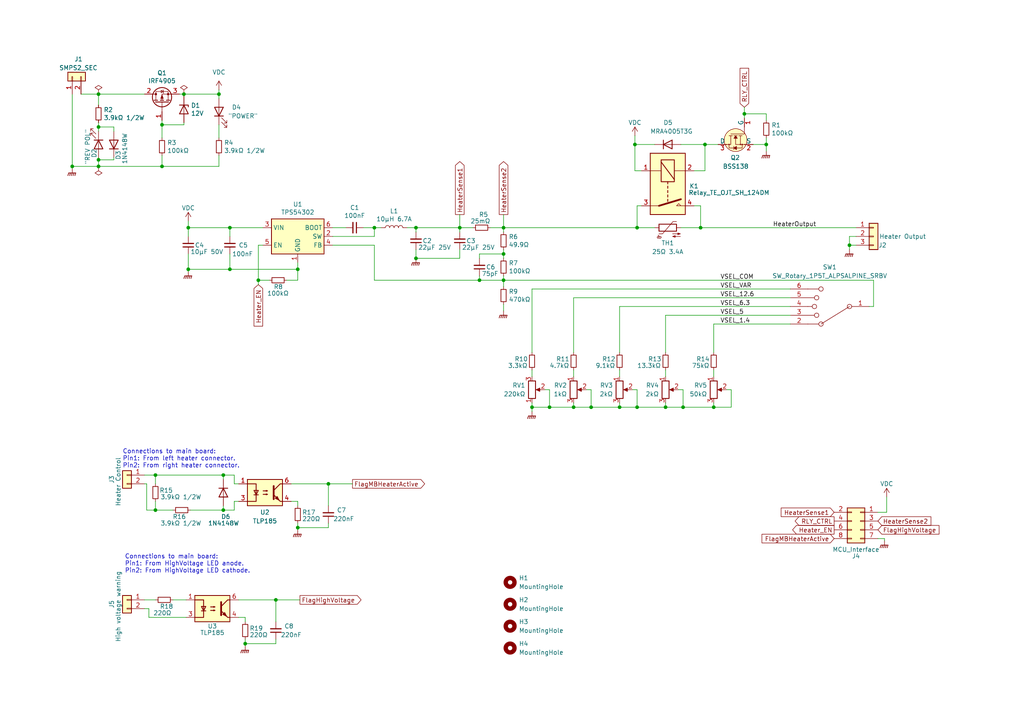
<source format=kicad_sch>
(kicad_sch (version 20211123) (generator eeschema)
  (paper "A4")
  (title_block (title "uTracer HeaterPSU") (date "2022-10-28") (company "Retronics - Bjørner Sandom"))
  (lib_symbols
    (symbol "Connector_Generic:Conn_01x02" (pin_names (offset 1.016) hide)
      (property "Reference" "J" (at 0 2.54 0))
      (property "Value" "Conn_01x02" (at 0 -5.08 0))
      (symbol "Conn_01x02_1_1"
        (rectangle (start -1.27 -2.413) (end 0 -2.667) (stroke (width 0.1524)))
        (rectangle (start -1.27 0.127) (end 0 -0.127) (stroke (width 0.1524)))
        (rectangle (start -1.27 1.27) (end 1.27 -3.81) (stroke (width 0.254)) (fill (type background)))
        (pin passive line (at -5.08 0 0) (length 3.81) (name "Pin_1") (number "1"))
        (pin passive line (at -5.08 -2.54 0) (length 3.81) (name "Pin_2") (number "2"))
      )
    )
    (symbol "Connector_Generic:Conn_01x03" (pin_names (offset 1.016) hide)
      (property "Reference" "J" (at 0 5.08 0))
      (property "Value" "Conn_01x03" (at 0 -5.08 0))
      (symbol "Conn_01x03_1_1"
        (rectangle (start -1.27 -2.413) (end 0 -2.667) (stroke (width 0.1524)))
        (rectangle (start -1.27 0.127) (end 0 -0.127) (stroke (width 0.1524)))
        (rectangle (start -1.27 2.667) (end 0 2.413) (stroke (width 0.1524)))
        (rectangle (start -1.27 3.81) (end 1.27 -3.81) (stroke (width 0.254)) (fill (type background)))
        (pin passive line (at -5.08 2.54 0) (length 3.81) (name "Pin_1") (number "1"))
        (pin passive line (at -5.08 0 0) (length 3.81) (name "Pin_2") (number "2"))
        (pin passive line (at -5.08 -2.54 0) (length 3.81) (name "Pin_3") (number "3"))
      )
    )
    (symbol "Connector_Generic:Conn_02x04_Odd_Even" (pin_names (offset 1.016) hide)
      (property "Reference" "J" (at 1.27 5.08 0))
      (property "Value" "Conn_02x04_Odd_Even" (at 1.27 -7.62 0))
      (symbol "Conn_02x04_Odd_Even_1_1"
        (rectangle (start -1.27 -4.953) (end 0 -5.207) (stroke (width 0.1524)))
        (rectangle (start -1.27 -2.413) (end 0 -2.667) (stroke (width 0.1524)))
        (rectangle (start -1.27 0.127) (end 0 -0.127) (stroke (width 0.1524)))
        (rectangle (start -1.27 2.667) (end 0 2.413) (stroke (width 0.1524)))
        (rectangle (start -1.27 3.81) (end 3.81 -6.35) (stroke (width 0.254)) (fill (type background)))
        (rectangle (start 3.81 -4.953) (end 2.54 -5.207) (stroke (width 0.1524)))
        (rectangle (start 3.81 -2.413) (end 2.54 -2.667) (stroke (width 0.1524)))
        (rectangle (start 3.81 0.127) (end 2.54 -0.127) (stroke (width 0.1524)))
        (rectangle (start 3.81 2.667) (end 2.54 2.413) (stroke (width 0.1524)))
        (pin passive line (at -5.08 2.54 0) (length 3.81) (name "Pin_1") (number "1"))
        (pin passive line (at 7.62 2.54 180) (length 3.81) (name "Pin_2") (number "2"))
        (pin passive line (at -5.08 0 0) (length 3.81) (name "Pin_3") (number "3"))
        (pin passive line (at 7.62 0 180) (length 3.81) (name "Pin_4") (number "4"))
        (pin passive line (at -5.08 -2.54 0) (length 3.81) (name "Pin_5") (number "5"))
        (pin passive line (at 7.62 -2.54 180) (length 3.81) (name "Pin_6") (number "6"))
        (pin passive line (at -5.08 -5.08 0) (length 3.81) (name "Pin_7") (number "7"))
        (pin passive line (at 7.62 -5.08 180) (length 3.81) (name "Pin_8") (number "8"))
      )
    )
    (symbol "Device:C_Small" (pin_numbers hide) (pin_names (offset 0.254) hide)
      (property "Reference" "C" (at 0.254 1.778 0))
      (property "Value" "C_Small" (at 0.254 -2.032 0))
      (symbol "C_Small_0_1"
        (polyline (pts (xy -1.524 -0.508) (xy 1.524 -0.508)) (stroke (width 0.3302)))
        (polyline (pts (xy -1.524 0.508) (xy 1.524 0.508)) (stroke (width 0.3048)))
      )
      (symbol "C_Small_1_1"
        (pin passive line (at 0 2.54 270) (length 2.032) (name "~") (number "1"))
        (pin passive line (at 0 -2.54 90) (length 2.032) (name "~") (number "2"))
      )
    )
    (symbol "Device:D_Zener" (pin_numbers hide) (pin_names (offset 1.016) hide)
      (property "Reference" "D" (at 0 2.54 0))
      (property "Value" "D_Zener" (at 0 -2.54 0))
      (symbol "D_Zener_0_1"
        (polyline (pts (xy 1.27 0) (xy -1.27 0)))
        (polyline (pts (xy -1.27 -1.27) (xy -1.27 1.27) (xy -0.762 1.27)) (stroke (width 0.254)))
        (polyline (pts (xy 1.27 -1.27) (xy 1.27 1.27) (xy -1.27 0) (xy 1.27 -1.27)) (stroke (width 0.254)))
      )
      (symbol "D_Zener_1_1"
        (pin passive line (at -3.81 0 0) (length 2.54) (name "K") (number "1"))
        (pin passive line (at 3.81 0 180) (length 2.54) (name "A") (number "2"))
      )
    )
    (symbol "Device:L" (pin_numbers hide) (pin_names (offset 1.016) hide)
      (property "Reference" "L" (at -1.27 0 90))
      (property "Value" "L" (at 1.905 0 90))
      (symbol "L_0_1"
        (arc (start 0 -2.54) (mid 0.635 -1.905) (end 0 -1.27))
        (arc (start 0 -1.27) (mid 0.635 -0.635) (end 0 0))
        (arc (start 0 0) (mid 0.635 0.635) (end 0 1.27))
        (arc (start 0 1.27) (mid 0.635 1.905) (end 0 2.54))
      )
      (symbol "L_1_1"
        (pin passive line (at 0 3.81 270) (length 1.27) (name "1") (number "1"))
        (pin passive line (at 0 -3.81 90) (length 1.27) (name "2") (number "2"))
      )
    )
    (symbol "Device:LED" (pin_numbers hide) (pin_names (offset 1.016) hide)
      (property "Reference" "D" (at 0 2.54 0))
      (property "Value" "LED" (at 0 -2.54 0))
      (symbol "LED_0_1"
        (polyline (pts (xy -1.27 -1.27) (xy -1.27 1.27)) (stroke (width 0.254)))
        (polyline (pts (xy -1.27 0) (xy 1.27 0)))
        (polyline (pts (xy 1.27 -1.27) (xy 1.27 1.27) (xy -1.27 0) (xy 1.27 -1.27)) (stroke (width 0.254)))
        (polyline (pts (xy -3.048 -0.762) (xy -4.572 -2.286) (xy -3.81 -2.286) (xy -4.572 -2.286) (xy -4.572 -1.524)))
        (polyline (pts (xy -1.778 -0.762) (xy -3.302 -2.286) (xy -2.54 -2.286) (xy -3.302 -2.286) (xy -3.302 -1.524)))
      )
      (symbol "LED_1_1"
        (pin passive line (at -3.81 0 0) (length 2.54) (name "K") (number "1"))
        (pin passive line (at 3.81 0 180) (length 2.54) (name "A") (number "2"))
      )
    )
    (symbol "Device:R_Potentiometer" (pin_names (offset 1.016) hide)
      (property "Reference" "RV" (at -4.445 0 90))
      (property "Value" "R_Potentiometer" (at -2.54 0 90))
      (symbol "R_Potentiometer_0_1"
        (polyline (pts (xy 2.54 0) (xy 1.524 0)))
        (polyline (pts (xy 1.143 0) (xy 2.286 0.508) (xy 2.286 -0.508) (xy 1.143 0)) (fill (type outline)))
        (rectangle (start 1.016 2.54) (end -1.016 -2.54) (stroke (width 0.254)))
      )
      (symbol "R_Potentiometer_1_1"
        (pin passive line (at 0 3.81 270) (length 1.27) (name "1") (number "1"))
        (pin passive line (at 3.81 0 180) (length 1.27) (name "2") (number "2"))
        (pin passive line (at 0 -3.81 90) (length 1.27) (name "3") (number "3"))
      )
    )
    (symbol "Device:R_Small" (pin_numbers hide) (pin_names (offset 0.254) hide)
      (property "Reference" "R" (at 0.762 0.508 0))
      (property "Value" "R_Small" (at 0.762 -1.016 0))
      (symbol "R_Small_0_1"
        (rectangle (start -0.762 1.778) (end 0.762 -1.778) (stroke (width 0.2032)))
      )
      (symbol "R_Small_1_1"
        (pin passive line (at 0 2.54 270) (length 0.762) (name "~") (number "1"))
        (pin passive line (at 0 -2.54 90) (length 0.762) (name "~") (number "2"))
      )
    )
    (symbol "Device:Thermistor_NTC" (pin_numbers hide) (pin_names (offset 0))
      (property "Reference" "TH" (at -4.445 0 90))
      (property "Value" "Thermistor_NTC" (at 3.175 0 90))
      (symbol "Thermistor_NTC_0_1"
        (arc (start -3.048 2.159) (mid -3.0495 2.3143) (end -3.175 2.413))
        (arc (start -3.048 2.159) (mid -2.9736 1.9794) (end -2.794 1.905))
        (arc (start -3.048 2.794) (mid -2.9736 2.6144) (end -2.794 2.54))
        (arc (start -2.794 1.905) (mid -2.6144 1.9794) (end -2.54 2.159))
        (arc (start -2.794 2.54) (mid -2.4393 2.5587) (end -2.159 2.794))
        (arc (start -2.794 3.048) (mid -2.9736 2.9736) (end -3.048 2.794))
        (arc (start -2.54 2.794) (mid -2.6144 2.9736) (end -2.794 3.048))
        (rectangle (start -1.016 2.54) (end 1.016 -2.54) (stroke (width 0.254)))
        (polyline (pts (xy -2.54 2.159) (xy -2.54 2.794)))
        (polyline (pts (xy -1.778 2.54) (xy -1.778 1.524) (xy 1.778 -1.524) (xy 1.778 -2.54)))
        (polyline (pts (xy -2.54 -3.683) (xy -2.54 -1.397) (xy -2.794 -2.159) (xy -2.286 -2.159) (xy -2.54 -1.397) (xy -2.54 -1.651)) (fill (type outline)))
        (polyline (pts (xy -1.778 -1.397) (xy -1.778 -3.683) (xy -2.032 -2.921) (xy -1.524 -2.921) (xy -1.778 -3.683) (xy -1.778 -3.429)) (fill (type outline)))
      )
      (symbol "Thermistor_NTC_1_1"
        (pin passive line (at 0 3.81 270) (length 1.27) (name "~") (number "1"))
        (pin passive line (at 0 -3.81 90) (length 1.27) (name "~") (number "2"))
      )
    )
    (symbol "Diode:1N4148W" (pin_numbers hide) (pin_names (offset 1.016) hide)
      (property "Reference" "D" (at 0 2.54 0))
      (property "Value" "1N4148W" (at 0 -2.54 0))
      (symbol "1N4148W_0_1"
        (polyline (pts (xy -1.27 1.27) (xy -1.27 -1.27)) (stroke (width 0.254)))
        (polyline (pts (xy 1.27 0) (xy -1.27 0)))
        (polyline (pts (xy 1.27 1.27) (xy 1.27 -1.27) (xy -1.27 0) (xy 1.27 1.27)) (stroke (width 0.254)))
      )
      (symbol "1N4148W_1_1"
        (pin passive line (at -3.81 0 0) (length 2.54) (name "K") (number "1"))
        (pin passive line (at 3.81 0 180) (length 2.54) (name "A") (number "2"))
      )
    )
    (symbol "Diode:MRA4005T3G" (pin_numbers hide) (pin_names (offset 1.016) hide)
      (property "Reference" "D" (at 0 2.54 0))
      (property "Value" "MRA4005T3G" (at 0 -2.54 0))
      (symbol "MRA4005T3G_0_1"
        (polyline (pts (xy -1.27 1.27) (xy -1.27 -1.27)) (stroke (width 0.254)))
        (polyline (pts (xy 1.27 0) (xy -1.27 0)))
        (polyline (pts (xy 1.27 1.27) (xy 1.27 -1.27) (xy -1.27 0) (xy 1.27 1.27)) (stroke (width 0.254)))
      )
      (symbol "MRA4005T3G_1_1"
        (pin passive line (at -3.81 0 0) (length 2.54) (name "K") (number "1"))
        (pin passive line (at 3.81 0 180) (length 2.54) (name "A") (number "2"))
      )
    )
    (symbol "Isolator:TLP185"
      (property "Reference" "U" (at -5.08 5.08 0))
      (property "Value" "TLP185" (at -5.08 -5.08 0))
      (symbol "TLP185_0_1"
        (rectangle (start -5.08 3.81) (end 5.08 -3.81) (stroke (width 0.254)) (fill (type background)))
        (polyline (pts (xy -3.175 -0.635) (xy -1.905 -0.635)) (stroke (width 0.254)))
        (polyline (pts (xy 2.54 1.905) (xy 2.54 -1.905) (xy 2.54 -1.905)) (stroke (width 0.508)))
        (polyline (pts (xy 5.08 -2.54) (xy 4.445 -2.54) (xy 2.54 -0.635)) (stroke (width 0.254)))
        (polyline (pts (xy 5.08 2.54) (xy 4.445 2.54) (xy 2.54 0.635)) (stroke (width 0.254)))
        (polyline (pts (xy -5.08 -2.54) (xy -2.54 -2.54) (xy -2.54 2.54) (xy -5.08 2.54)) (stroke (width 0.254)))
        (polyline (pts (xy -2.54 -0.635) (xy -3.175 0.635) (xy -1.905 0.635) (xy -2.54 -0.635)) (stroke (width 0.254)))
        (polyline (pts (xy -0.508 -0.508) (xy 0.762 -0.508) (xy 0.381 -0.635) (xy 0.381 -0.381) (xy 0.762 -0.508)) (stroke (width 0.254)))
        (polyline (pts (xy -0.508 0.508) (xy 0.762 0.508) (xy 0.381 0.381) (xy 0.381 0.635) (xy 0.762 0.508)) (stroke (width 0.254)))
        (polyline (pts (xy 3.048 -1.651) (xy 3.556 -1.143) (xy 4.064 -2.159) (xy 3.048 -1.651) (xy 3.048 -1.651)) (stroke (width 0.254)) (fill (type outline)))
      )
      (symbol "TLP185_1_1"
        (pin passive line (at -7.62 2.54 0) (length 2.54) (name "~") (number "1"))
        (pin passive line (at -7.62 -2.54 0) (length 2.54) (name "~") (number "3"))
        (pin passive line (at 7.62 -2.54 180) (length 2.54) (name "~") (number "4"))
        (pin passive line (at 7.62 2.54 180) (length 2.54) (name "~") (number "6"))
      )
    )
    (symbol "Mechanical:MountingHole" (pin_names (offset 1.016))
      (property "Reference" "H" (at 0 5.08 0))
      (property "Value" "MountingHole" (at 0 3.175 0))
      (symbol "MountingHole_0_1"
        (circle (center 0 0) (radius 1.27) (stroke (width 1.27)))
      )
    )
    (symbol "Regulator_Switching:TPS54302"
      (property "Reference" "U" (at -7.62 6.35 0))
      (property "Value" "TPS54302" (at 0 6.35 0))
      (symbol "TPS54302_0_1"
        (rectangle (start -7.62 5.08) (end 7.62 -5.08) (stroke (width 0.254)) (fill (type background)))
      )
      (symbol "TPS54302_1_1"
        (pin power_in line (at 0 -7.62 90) (length 2.54) (name "GND") (number "1"))
        (pin power_out line (at 10.16 0 180) (length 2.54) (name "SW") (number "2"))
        (pin power_in line (at -10.16 2.54 0) (length 2.54) (name "VIN") (number "3"))
        (pin input line (at 10.16 -2.54 180) (length 2.54) (name "FB") (number "4"))
        (pin input line (at -10.16 -2.54 0) (length 2.54) (name "EN") (number "5"))
        (pin passive line (at 10.16 2.54 180) (length 2.54) (name "BOOT") (number "6"))
      )
    )
    (symbol "Transistor_FET:IRF4905" (pin_names hide)
      (property "Reference" "Q" (at 5.08 1.905 0))
      (property "Value" "IRF4905" (at 5.08 0 0))
      (symbol "IRF4905_0_1"
        (polyline (pts (xy 0.254 0) (xy -2.54 0)))
        (polyline (pts (xy 0.254 1.905) (xy 0.254 -1.905)) (stroke (width 0.254)))
        (polyline (pts (xy 0.762 -1.27) (xy 0.762 -2.286)) (stroke (width 0.254)))
        (polyline (pts (xy 0.762 0.508) (xy 0.762 -0.508)) (stroke (width 0.254)))
        (polyline (pts (xy 0.762 2.286) (xy 0.762 1.27)) (stroke (width 0.254)))
        (polyline (pts (xy 2.54 2.54) (xy 2.54 1.778)))
        (polyline (pts (xy 2.54 -2.54) (xy 2.54 0) (xy 0.762 0)))
        (polyline (pts (xy 0.762 1.778) (xy 3.302 1.778) (xy 3.302 -1.778) (xy 0.762 -1.778)))
        (polyline (pts (xy 2.286 0) (xy 1.27 0.381) (xy 1.27 -0.381) (xy 2.286 0)) (fill (type outline)))
        (polyline (pts (xy 2.794 -0.508) (xy 2.921 -0.381) (xy 3.683 -0.381) (xy 3.81 -0.254)))
        (polyline (pts (xy 3.302 -0.381) (xy 2.921 0.254) (xy 3.683 0.254) (xy 3.302 -0.381)))
        (circle (center 1.651 0) (radius 2.794) (stroke (width 0.254)))
        (circle (center 2.54 -1.778) (radius 0.254) (fill (type outline)))
        (circle (center 2.54 1.778) (radius 0.254) (fill (type outline)))
      )
      (symbol "IRF4905_1_1"
        (pin input line (at -5.08 0 0) (length 2.54) (name "G") (number "1"))
        (pin passive line (at 2.54 5.08 270) (length 2.54) (name "D") (number "2"))
        (pin passive line (at 2.54 -5.08 90) (length 2.54) (name "S") (number "3"))
      )
    )
    (symbol "dk_Transistors-FETs-MOSFETs-Single:BSS138" (pin_names (offset 0))
      (property "Reference" "Q" (at -2.6924 3.6322 0))
      (property "Value" "BSS138" (at 3.4544 0 90))
      (symbol "BSS138_0_1"
        (circle (center -1.27 0) (radius 3.302) (fill (type background)))
        (circle (center 0 -1.905) (radius 0.127))
        (circle (center 0 -1.397) (radius 0.127))
        (polyline (pts (xy 0 -1.397) (xy -2.54 -1.397)))
        (polyline (pts (xy -5.08 -2.54) (xy -3.048 -2.54) (xy -3.048 1.397)))
        (polyline (pts (xy 0 -2.54) (xy 0 0) (xy -2.54 0)))
        (polyline (pts (xy 0 2.54) (xy 0 1.397) (xy -2.54 1.397)))
        (polyline (pts (xy -0.127 -1.905) (xy 1.016 -1.905) (xy 1.016 1.397) (xy 1.016 1.905) (xy -0.127 1.905)))
        (circle (center 0 1.905) (radius 0.127))
      )
      (symbol "BSS138_1_1"
        (polyline (pts (xy -2.54 -1.397) (xy -2.54 -1.905)))
        (polyline (pts (xy -2.54 -1.397) (xy -2.54 -0.889)))
        (polyline (pts (xy -2.54 0) (xy -2.54 -0.508)))
        (polyline (pts (xy -2.54 0) (xy -2.54 0.508)))
        (polyline (pts (xy -2.54 1.905) (xy -2.54 0.889)))
        (polyline (pts (xy 1.524 0.508) (xy 0.508 0.508)))
        (polyline (pts (xy -2.54 0) (xy -1.778 0.508) (xy -1.778 -0.508) (xy -2.54 0)) (fill (type outline)))
        (polyline (pts (xy 1.016 0.508) (xy 0.508 -0.254) (xy 1.524 -0.254) (xy 1.016 0.508)) (fill (type outline)))
        (pin bidirectional line (at -7.62 -2.54 0) (length 2.54) (name "G") (number "1"))
        (pin bidirectional line (at 0 -5.08 90) (length 2.54) (name "S") (number "2"))
        (pin bidirectional line (at 0 5.08 270) (length 2.54) (name "D") (number "3"))
      )
    )
    (symbol "myDevices:Relay_TE_OJT_SH_124DM"
      (property "Reference" "K" (at 8.89 3.81 0))
      (property "Value" "Relay_TE_OJT_SH_124DM" (at 8.89 1.27 0))
      (symbol "Relay_TE_OJT_SH_124DM_0_0"
        (polyline (pts (xy 5.08 5.08) (xy 5.08 2.54) (xy 4.445 3.175) (xy 5.08 3.81)))
      )
      (symbol "Relay_TE_OJT_SH_124DM_0_1"
        (rectangle (start -10.16 5.08) (end 7.62 -5.08) (stroke (width 0.254)) (fill (type background)))
        (rectangle (start -8.255 1.905) (end -1.905 -1.905) (stroke (width 0.254)))
        (polyline (pts (xy -7.62 -1.905) (xy -2.54 1.905)) (stroke (width 0.254)))
        (polyline (pts (xy -5.08 -5.08) (xy -5.08 -1.905)))
        (polyline (pts (xy -5.08 5.08) (xy -5.08 1.905)))
        (polyline (pts (xy -1.905 0) (xy -1.27 0)) (stroke (width 0.254)))
        (polyline (pts (xy -0.635 0) (xy 0 0)) (stroke (width 0.254)))
        (polyline (pts (xy 0.635 0) (xy 1.27 0)) (stroke (width 0.254)))
        (polyline (pts (xy 1.905 0) (xy 2.54 0)) (stroke (width 0.254)))
        (polyline (pts (xy 3.175 0) (xy 3.81 0)) (stroke (width 0.254)))
        (polyline (pts (xy 5.08 -2.54) (xy 3.175 3.81)) (stroke (width 0.508)))
        (polyline (pts (xy 5.08 -2.54) (xy 5.08 -5.08)))
      )
      (symbol "Relay_TE_OJT_SH_124DM_1_1"
        (pin passive line (at -5.08 -7.62 90) (length 2.54) (name "~") (number "1"))
        (pin passive line (at -5.08 7.62 270) (length 2.54) (name "~") (number "2"))
        (pin passive line (at 5.08 -7.62 90) (length 2.54) (name "~") (number "3"))
        (pin passive line (at 5.08 7.62 270) (length 2.54) (name "~") (number "4"))
      )
    )
    (symbol "myDevices:SW_Rotary_1P5T_ALPSALPINE_SRBV" (pin_names (offset 1.016) hide)
      (property "Reference" "SW" (at -0.635 26.035 0))
      (property "Value" "SW_Rotary_1P5T_ALPSALPINE_SRBV" (at -1.27 22.86 0))
      (symbol "SW_Rotary_1P5T_ALPSALPINE_SRBV_0_0"
        (circle (center -4.445 7.62) (radius 0.635))
        (polyline (pts (xy -4.445 7.62) (xy 3.81 2.54)))
        (polyline (pts (xy 4.445 12.7) (xy 7.62 12.7)))
        (polyline (pts (xy 5.715 5.08) (xy 7.62 5.08)))
        (polyline (pts (xy 5.715 10.16) (xy 7.62 10.16)))
        (polyline (pts (xy 6.35 7.62) (xy 7.62 7.62)))
        (polyline (pts (xy 7.62 2.54) (xy 4.445 2.54)))
        (circle (center 3.81 2.54) (radius 0.635))
        (circle (center 3.81 12.7) (radius 0.635))
        (circle (center 5.08 5.08) (radius 0.635))
        (circle (center 5.08 10.16) (radius 0.635))
        (circle (center 5.715 7.62) (radius 0.635))
      )
      (symbol "SW_Rotary_1P5T_ALPSALPINE_SRBV_0_1"
        (pin passive line (at -10.16 7.62 0) (length 5.08) (name "1") (number "1"))
        (pin passive line (at 12.7 2.54 180) (length 5.08) (name "2") (number "2"))
        (pin passive line (at 12.7 5.08 180) (length 5.08) (name "3") (number "3"))
        (pin passive line (at 12.7 7.62 180) (length 5.08) (name "4") (number "4"))
        (pin passive line (at 12.7 10.16 180) (length 5.08) (name "5") (number "5"))
        (pin passive line (at 12.7 12.7 180) (length 5.08) (name "6") (number "6"))
      )
    )
    (symbol "power:GNDPWR" (power) (pin_names (offset 0))
      (property "Value" "GNDPWR" (at 0 -3.302 0))
      (symbol "GNDPWR_0_1"
        (polyline (pts (xy 0 -1.27) (xy 0 0)))
        (polyline (pts (xy -1.016 -1.27) (xy -1.27 -2.032) (xy -1.27 -2.032)) (stroke (width 0.2032)))
        (polyline (pts (xy -0.508 -1.27) (xy -0.762 -2.032) (xy -0.762 -2.032)) (stroke (width 0.2032)))
        (polyline (pts (xy 0 -1.27) (xy -0.254 -2.032) (xy -0.254 -2.032)) (stroke (width 0.2032)))
        (polyline (pts (xy 0.508 -1.27) (xy 0.254 -2.032) (xy 0.254 -2.032)) (stroke (width 0.2032)))
        (polyline (pts (xy 1.016 -1.27) (xy -1.016 -1.27) (xy -1.016 -1.27)) (stroke (width 0.2032)))
        (polyline (pts (xy 1.016 -1.27) (xy 0.762 -2.032) (xy 0.762 -2.032) (xy 0.762 -2.032)) (stroke (width 0.2032)))
      )
      (symbol "GNDPWR_1_1"
        (pin power_in line (at 0 0 270) (length 0) hide (name "GNDPWR") (number "1"))
      )
    )
    (symbol "power:PWR_FLAG" (power) (pin_numbers hide) (pin_names (offset 0) hide)
      (property "Value" "PWR_FLAG" (at 0 3.81 0))
      (symbol "PWR_FLAG_0_0"
        (pin power_out line (at 0 0 90) (length 0) (name "pwr") (number "1"))
      )
      (symbol "PWR_FLAG_0_1"
        (polyline (pts (xy 0 0) (xy 0 1.27) (xy -1.016 1.905) (xy 0 2.54) (xy 1.016 1.905) (xy 0 1.27)))
      )
    )
    (symbol "power:VDC" (power) (pin_names (offset 0))
      (property "Value" "VDC" (at 0 6.35 0))
      (symbol "VDC_0_1"
        (polyline (pts (xy -0.762 1.27) (xy 0 2.54)))
        (polyline (pts (xy 0 0) (xy 0 2.54)))
        (polyline (pts (xy 0 2.54) (xy 0.762 1.27)))
      )
      (symbol "VDC_1_1"
        (pin power_in line (at 0 0 90) (length 0) hide (name "VDC") (number "1"))
      )
    )
  )
  (junction (at 108.585 66.04))
  (junction (at 198.12 118.11))
  (junction (at 184.785 66.04))
  (junction (at 28.575 36.83))
  (junction (at 184.785 118.11))
  (junction (at 120.65 74.93))
  (junction (at 204.47 41.91))
  (junction (at 222.25 41.91))
  (junction (at 120.65 66.04))
  (junction (at 74.93 81.28))
  (junction (at 86.36 153.035))
  (junction (at 139.065 81.28))
  (junction (at 146.05 66.04))
  (junction (at 66.675 78.105))
  (junction (at 146.05 81.28))
  (junction (at 215.9 33.02))
  (junction (at 71.12 186.69))
  (junction (at 28.575 27.305))
  (junction (at 95.25 140.335))
  (junction (at 54.61 78.105))
  (junction (at 193.04 118.11))
  (junction (at 53.34 27.305))
  (junction (at 203.2 66.04))
  (junction (at 45.085 147.955))
  (junction (at 28.575 46.355))
  (junction (at 154.305 118.11))
  (junction (at 46.99 36.195))
  (junction (at 80.01 173.99))
  (junction (at 54.61 66.04))
  (junction (at 166.37 118.11))
  (junction (at 184.15 41.91))
  (junction (at 66.675 66.04))
  (junction (at 246.38 71.12))
  (junction (at 64.77 137.795))
  (junction (at 64.77 147.955))
  (junction (at 45.085 137.795))
  (junction (at 146.05 73.66))
  (junction (at 28.575 48.26))
  (junction (at 46.99 48.26))
  (junction (at 171.45 118.11))
  (junction (at 159.385 118.11))
  (junction (at 86.36 78.105))
  (junction (at 179.705 118.11))
  (junction (at 133.35 66.04))
  (junction (at 63.5 27.305))
  (junction (at 207.01 118.11))
  (junction (at 20.955 48.26))
  (wire (pts (xy 80.01 186.69) (xy 71.12 186.69)))
  (wire (pts (xy 95.25 140.335) (xy 95.25 146.685)))
  (wire (pts (xy 86.36 78.105) (xy 86.36 76.2)))
  (wire (pts (xy 146.05 73.66) (xy 146.05 74.93)))
  (wire (pts (xy 64.77 147.955) (xy 67.945 147.955)))
  (wire (pts (xy 257.175 148.59) (xy 254.635 148.59)))
  (wire (pts (xy 33.02 45.72) (xy 33.02 46.355)))
  (wire (pts (xy 53.34 27.305) (xy 53.34 27.94)))
  (wire (pts (xy 41.91 173.99) (xy 45.085 173.99)))
  (wire (pts (xy 146.05 80.01) (xy 146.05 81.28)))
  (wire (pts (xy 41.91 176.53) (xy 43.18 176.53)))
  (wire (pts (xy 201.295 49.53) (xy 204.47 49.53)))
  (wire (pts (xy 80.01 185.42) (xy 80.01 186.69)))
  (wire (pts (xy 193.04 91.44) (xy 229.235 91.44)))
  (wire (pts (xy 84.455 140.335) (xy 95.25 140.335)))
  (wire (pts (xy 74.93 81.28) (xy 78.105 81.28)))
  (wire (pts (xy 171.45 118.11) (xy 179.705 118.11)))
  (wire (pts (xy 158.115 113.03) (xy 159.385 113.03)))
  (wire (pts (xy 96.52 66.04) (xy 100.33 66.04)))
  (wire (pts (xy 166.37 107.315) (xy 166.37 109.22)))
  (wire (pts (xy 41.91 137.795) (xy 45.085 137.795)))
  (wire (pts (xy 184.785 113.03) (xy 184.785 118.11)))
  (wire (pts (xy 154.305 118.11) (xy 154.305 116.84)))
  (wire (pts (xy 33.02 36.83) (xy 33.02 38.1)))
  (wire (pts (xy 28.575 48.26) (xy 46.99 48.26)))
  (wire (pts (xy 246.38 68.58) (xy 246.38 71.12)))
  (wire (pts (xy 28.575 36.83) (xy 28.575 38.1)))
  (wire (pts (xy 64.77 137.795) (xy 64.77 139.065)))
  (wire (pts (xy 80.01 173.99) (xy 86.995 173.99)))
  (wire (pts (xy 45.085 147.955) (xy 50.165 147.955)))
  (wire (pts (xy 193.04 102.235) (xy 193.04 91.44)))
  (wire (pts (xy 46.99 34.925) (xy 46.99 36.195)))
  (wire (pts (xy 63.5 27.305) (xy 63.5 28.575)))
  (wire (pts (xy 66.675 66.04) (xy 54.61 66.04)))
  (wire (pts (xy 69.215 140.335) (xy 67.945 140.335)))
  (wire (pts (xy 108.585 66.04) (xy 110.49 66.04)))
  (wire (pts (xy 133.35 67.31) (xy 133.35 66.04)))
  (wire (pts (xy 159.385 118.11) (xy 154.305 118.11)))
  (wire (pts (xy 218.44 41.91) (xy 222.25 41.91)))
  (wire (pts (xy 139.065 81.28) (xy 108.585 81.28)))
  (wire (pts (xy 207.01 118.11) (xy 207.01 116.84)))
  (wire (pts (xy 139.065 80.01) (xy 139.065 81.28)))
  (wire (pts (xy 154.305 118.11) (xy 154.305 119.38)))
  (wire (pts (xy 184.15 39.37) (xy 184.15 41.91)))
  (wire (pts (xy 69.215 173.99) (xy 80.01 173.99)))
  (wire (pts (xy 83.185 81.28) (xy 86.36 81.28)))
  (wire (pts (xy 63.5 26.035) (xy 63.5 27.305)))
  (wire (pts (xy 23.495 27.305) (xy 28.575 27.305)))
  (wire (pts (xy 33.02 46.355) (xy 28.575 46.355)))
  (wire (pts (xy 146.05 66.04) (xy 184.785 66.04)))
  (wire (pts (xy 137.16 66.04) (xy 133.35 66.04)))
  (wire (pts (xy 54.61 66.04) (xy 54.61 68.58)))
  (wire (pts (xy 86.36 81.28) (xy 86.36 78.105)))
  (wire (pts (xy 146.05 81.28) (xy 253.365 81.28)))
  (wire (pts (xy 54.61 78.105) (xy 54.61 78.74)))
  (wire (pts (xy 46.99 45.085) (xy 46.99 48.26)))
  (wire (pts (xy 215.9 34.29) (xy 215.9 33.02)))
  (wire (pts (xy 170.18 113.03) (xy 171.45 113.03)))
  (wire (pts (xy 215.9 31.115) (xy 215.9 33.02)))
  (wire (pts (xy 63.5 45.085) (xy 63.5 48.26)))
  (wire (pts (xy 53.34 36.195) (xy 46.99 36.195)))
  (wire (pts (xy 41.91 140.335) (xy 42.545 140.335)))
  (wire (pts (xy 184.785 66.04) (xy 189.865 66.04)))
  (wire (pts (xy 222.25 40.005) (xy 222.25 41.91)))
  (wire (pts (xy 166.37 118.11) (xy 171.45 118.11)))
  (wire (pts (xy 80.01 173.99) (xy 80.01 180.34)))
  (wire (pts (xy 120.65 74.93) (xy 120.65 72.39)))
  (wire (pts (xy 203.2 59.69) (xy 203.2 66.04)))
  (wire (pts (xy 52.07 27.305) (xy 53.34 27.305)))
  (wire (pts (xy 166.37 86.36) (xy 229.235 86.36)))
  (wire (pts (xy 95.25 140.335) (xy 102.235 140.335)))
  (wire (pts (xy 207.01 107.315) (xy 207.01 109.22)))
  (wire (pts (xy 76.2 71.12) (xy 74.93 71.12)))
  (wire (pts (xy 139.065 81.28) (xy 146.05 81.28)))
  (wire (pts (xy 20.955 48.26) (xy 28.575 48.26)))
  (wire (pts (xy 108.585 81.28) (xy 108.585 71.12)))
  (wire (pts (xy 74.93 81.28) (xy 74.93 82.55)))
  (wire (pts (xy 66.675 73.66) (xy 66.675 78.105)))
  (wire (pts (xy 133.35 62.23) (xy 133.35 66.04)))
  (wire (pts (xy 193.04 118.11) (xy 198.12 118.11)))
  (wire (pts (xy 215.9 33.02) (xy 222.25 33.02)))
  (wire (pts (xy 179.705 118.11) (xy 184.785 118.11)))
  (wire (pts (xy 196.85 113.03) (xy 198.12 113.03)))
  (wire (pts (xy 166.37 118.11) (xy 166.37 116.84)))
  (wire (pts (xy 146.05 62.23) (xy 146.05 66.04)))
  (wire (pts (xy 66.675 78.105) (xy 86.36 78.105)))
  (wire (pts (xy 253.365 81.28) (xy 253.365 88.9)))
  (wire (pts (xy 28.575 35.56) (xy 28.575 36.83)))
  (wire (pts (xy 212.09 113.03) (xy 212.09 118.11)))
  (wire (pts (xy 193.04 107.315) (xy 193.04 109.22)))
  (wire (pts (xy 71.12 179.07) (xy 71.12 180.34)))
  (wire (pts (xy 42.545 140.335) (xy 42.545 147.955)))
  (wire (pts (xy 222.25 41.91) (xy 222.25 43.815)))
  (wire (pts (xy 64.77 137.795) (xy 67.945 137.795)))
  (wire (pts (xy 67.945 147.955) (xy 67.945 145.415)))
  (wire (pts (xy 212.09 118.11) (xy 207.01 118.11)))
  (wire (pts (xy 171.45 113.03) (xy 171.45 118.11)))
  (wire (pts (xy 179.705 88.9) (xy 229.235 88.9)))
  (wire (pts (xy 204.47 49.53) (xy 204.47 41.91)))
  (wire (pts (xy 210.82 113.03) (xy 212.09 113.03)))
  (wire (pts (xy 84.455 145.415) (xy 86.36 145.415)))
  (wire (pts (xy 146.05 81.28) (xy 146.05 83.185)))
  (wire (pts (xy 207.01 93.98) (xy 229.235 93.98)))
  (wire (pts (xy 198.12 118.11) (xy 207.01 118.11)))
  (wire (pts (xy 184.785 118.11) (xy 193.04 118.11)))
  (wire (pts (xy 154.305 83.82) (xy 154.305 102.235)))
  (wire (pts (xy 154.305 83.82) (xy 229.235 83.82)))
  (wire (pts (xy 28.575 27.305) (xy 28.575 30.48)))
  (wire (pts (xy 179.705 118.11) (xy 179.705 116.84)))
  (wire (pts (xy 139.065 74.93) (xy 139.065 73.66)))
  (wire (pts (xy 54.61 73.66) (xy 54.61 78.105)))
  (wire (pts (xy 197.485 41.91) (xy 204.47 41.91)))
  (wire (pts (xy 133.35 72.39) (xy 133.35 74.93)))
  (wire (pts (xy 54.61 64.135) (xy 54.61 66.04)))
  (wire (pts (xy 43.18 176.53) (xy 43.18 179.07)))
  (wire (pts (xy 96.52 68.58) (xy 108.585 68.58)))
  (wire (pts (xy 198.12 113.03) (xy 198.12 118.11)))
  (wire (pts (xy 20.955 27.305) (xy 20.955 48.26)))
  (wire (pts (xy 146.05 67.31) (xy 146.05 66.04)))
  (wire (pts (xy 253.365 88.9) (xy 252.095 88.9)))
  (wire (pts (xy 28.575 46.355) (xy 28.575 48.26)))
  (wire (pts (xy 45.085 137.795) (xy 45.085 140.335)))
  (wire (pts (xy 183.515 113.03) (xy 184.785 113.03)))
  (wire (pts (xy 159.385 113.03) (xy 159.385 118.11)))
  (wire (pts (xy 120.65 66.04) (xy 118.11 66.04)))
  (wire (pts (xy 45.085 145.415) (xy 45.085 147.955)))
  (wire (pts (xy 186.055 59.69) (xy 184.785 59.69)))
  (wire (pts (xy 95.25 151.765) (xy 95.25 153.035)))
  (wire (pts (xy 66.675 68.58) (xy 66.675 66.04)))
  (wire (pts (xy 207.01 102.235) (xy 207.01 93.98)))
  (wire (pts (xy 45.085 137.795) (xy 64.77 137.795)))
  (wire (pts (xy 53.34 27.305) (xy 63.5 27.305)))
  (wire (pts (xy 28.575 36.83) (xy 33.02 36.83)))
  (wire (pts (xy 53.34 35.56) (xy 53.34 36.195)))
  (wire (pts (xy 133.35 66.04) (xy 120.65 66.04)))
  (wire (pts (xy 246.38 71.12) (xy 248.285 71.12)))
  (wire (pts (xy 139.065 73.66) (xy 146.05 73.66)))
  (wire (pts (xy 166.37 102.235) (xy 166.37 86.36)))
  (wire (pts (xy 159.385 118.11) (xy 166.37 118.11)))
  (wire (pts (xy 74.93 71.12) (xy 74.93 81.28)))
  (wire (pts (xy 46.99 36.195) (xy 46.99 40.005)))
  (wire (pts (xy 201.295 59.69) (xy 203.2 59.69)))
  (wire (pts (xy 64.77 146.685) (xy 64.77 147.955)))
  (wire (pts (xy 28.575 46.355) (xy 28.575 45.72)))
  (wire (pts (xy 179.705 102.235) (xy 179.705 88.9)))
  (wire (pts (xy 146.05 66.04) (xy 142.24 66.04)))
  (wire (pts (xy 105.41 66.04) (xy 108.585 66.04)))
  (wire (pts (xy 256.54 156.21) (xy 256.54 156.845)))
  (wire (pts (xy 184.785 59.69) (xy 184.785 66.04)))
  (wire (pts (xy 184.15 41.91) (xy 184.15 49.53)))
  (wire (pts (xy 108.585 68.58) (xy 108.585 66.04)))
  (wire (pts (xy 28.575 27.305) (xy 41.91 27.305)))
  (wire (pts (xy 66.675 78.105) (xy 54.61 78.105)))
  (wire (pts (xy 67.945 140.335) (xy 67.945 137.795)))
  (wire (pts (xy 246.38 72.39) (xy 246.38 71.12)))
  (wire (pts (xy 71.12 186.69) (xy 71.12 187.325)))
  (wire (pts (xy 86.36 151.765) (xy 86.36 153.035)))
  (wire (pts (xy 50.165 173.99) (xy 53.975 173.99)))
  (wire (pts (xy 203.2 66.04) (xy 248.285 66.04)))
  (wire (pts (xy 193.04 118.11) (xy 193.04 116.84)))
  (wire (pts (xy 86.36 153.035) (xy 86.36 153.67)))
  (wire (pts (xy 71.12 185.42) (xy 71.12 186.69)))
  (wire (pts (xy 108.585 71.12) (xy 96.52 71.12)))
  (wire (pts (xy 184.15 49.53) (xy 186.055 49.53)))
  (wire (pts (xy 55.245 147.955) (xy 64.77 147.955)))
  (wire (pts (xy 204.47 41.91) (xy 208.28 41.91)))
  (wire (pts (xy 222.25 33.02) (xy 222.25 34.925)))
  (wire (pts (xy 95.25 153.035) (xy 86.36 153.035)))
  (wire (pts (xy 133.35 74.93) (xy 120.65 74.93)))
  (wire (pts (xy 120.65 67.31) (xy 120.65 66.04)))
  (wire (pts (xy 69.215 179.07) (xy 71.12 179.07)))
  (wire (pts (xy 197.485 66.04) (xy 203.2 66.04)))
  (wire (pts (xy 86.36 145.415) (xy 86.36 146.685)))
  (wire (pts (xy 179.705 107.315) (xy 179.705 109.22)))
  (wire (pts (xy 43.18 179.07) (xy 53.975 179.07)))
  (wire (pts (xy 257.175 144.145) (xy 257.175 148.59)))
  (wire (pts (xy 63.5 36.195) (xy 63.5 40.005)))
  (wire (pts (xy 146.05 72.39) (xy 146.05 73.66)))
  (wire (pts (xy 42.545 147.955) (xy 45.085 147.955)))
  (wire (pts (xy 67.945 145.415) (xy 69.215 145.415)))
  (wire (pts (xy 154.305 107.315) (xy 154.305 109.22)))
  (wire (pts (xy 248.285 68.58) (xy 246.38 68.58)))
  (wire (pts (xy 146.05 88.265) (xy 146.05 90.17)))
  (wire (pts (xy 254.635 156.21) (xy 256.54 156.21)))
  (wire (pts (xy 20.955 48.26) (xy 20.955 48.895)))
  (wire (pts (xy 76.2 66.04) (xy 66.675 66.04)))
  (wire (pts (xy 184.15 41.91) (xy 189.865 41.91)))
  (wire (pts (xy 63.5 48.26) (xy 46.99 48.26)))
  (text "Connections to main board:\nPin1: From HighVoltage LED anode.\nPin2: From HighVoltage LED cathode." (at 36.195 166.37 0) (effects (font (size 1.27 1.27)) (justify left bottom)))
  (text "Connections to main board:\nPin1: From left heater connector.\nPin2: From right heater connector." (at 35.56 135.89 0) (effects (font (size 1.27 1.27)) (justify left bottom)))
  (label "VSEL_VAR" (at 208.915 83.82 0))
  (label "VSEL_5" (at 208.915 91.44 0))
  (label "HeaterOutput" (at 224.155 66.04 0))
  (label "VSEL_12.6" (at 208.915 86.36 0))
  (label "VSEL_COM" (at 208.915 81.28 0))
  (label "VSEL_6.3" (at 208.915 88.9 0))
  (label "VSEL_1.4" (at 208.915 93.98 0))
  (global_label "HeaterSense1" (shape input) (at 241.935 148.59 180) (property "Intersheet References" "${INTERSHEET_REFS}" (effects hide)))
  (global_label "Heater_EN" (shape input) (at 74.93 82.55 270) (property "Intersheet References" "${INTERSHEET_REFS}" (effects hide)))
  (global_label "FlagHighVoltage" (shape output) (at 86.995 173.99 0) (property "Intersheet References" "${INTERSHEET_REFS}" (effects hide)))
  (global_label "HeaterSense2" (shape input) (at 254.635 151.13 0) (property "Intersheet References" "${INTERSHEET_REFS}" (effects hide)))
  (global_label "RLY_CTRL" (shape output) (at 241.935 151.13 180) (property "Intersheet References" "${INTERSHEET_REFS}" (effects hide)))
  (global_label "FlagMBHeaterActive" (shape input) (at 241.935 156.21 180) (property "Intersheet References" "${INTERSHEET_REFS}" (effects hide)))
  (global_label "Heater_EN" (shape output) (at 241.935 153.67 180) (property "Intersheet References" "${INTERSHEET_REFS}" (effects hide)))
  (global_label "HeaterSense1" (shape output) (at 133.35 62.23 90) (property "Intersheet References" "${INTERSHEET_REFS}" (effects hide)))
  (global_label "RLY_CTRL" (shape input) (at 215.9 31.115 90) (property "Intersheet References" "${INTERSHEET_REFS}" (effects hide)))
  (global_label "FlagHighVoltage" (shape input) (at 254.635 153.67 0) (property "Intersheet References" "${INTERSHEET_REFS}" (effects hide)))
  (global_label "HeaterSense2" (shape output) (at 146.05 62.23 90) (property "Intersheet References" "${INTERSHEET_REFS}" (effects hide)))
  (global_label "FlagMBHeaterActive" (shape output) (at 102.235 140.335 0) (property "Intersheet References" "${INTERSHEET_REFS}" (effects hide)))
  (symbol (lib_id "power:GNDPWR") (at 54.61 78.74 0) (unit 1)
    (property "Reference" "#PWR08" (effects hide))
    (property "Value" "GNDPWR" (effects hide))
  )
  (symbol (lib_id "Device:R_Small") (at 80.645 81.28 270) (unit 1)
    (property "Reference" "R8" (at 79.375 83.185 90) (effects (justify left)))
    (property "Value" "100kΩ" (at 77.47 85.09 90) (effects (justify left)))
    (property "Footprint" "Resistor_SMD:R_0805_2012Metric_Pad1.20x1.40mm_HandSolder" (effects hide))
  )
  (symbol (lib_id "Device:R_Small") (at 47.625 173.99 270) (unit 1)
    (property "Reference" "R18" (at 46.355 175.895 90) (effects (justify left)))
    (property "Value" "220Ω" (at 44.45 177.8 90) (effects (justify left)))
    (property "Footprint" "Resistor_SMD:R_0805_2012Metric_Pad1.20x1.40mm_HandSolder" (effects hide))
  )
  (symbol (lib_id "power:GNDPWR") (at 71.12 187.325 0) (unit 1)
    (property "Reference" "#PWR015" (effects hide))
    (property "Value" "GNDPWR" (effects hide))
  )
  (symbol (lib_id "power:GNDPWR") (at 20.955 48.895 0) (unit 1)
    (property "Reference" "#PWR04" (effects hide))
    (property "Value" "GNDPWR" (effects hide))
  )
  (symbol (lib_id "Device:R_Small") (at 146.05 77.47 0) (unit 1)
    (property "Reference" "R7" (at 147.5486 76.3016 0) (effects (justify left)))
    (property "Value" "100kΩ" (at 147.5486 78.613 0) (effects (justify left)))
    (property "Footprint" "Resistor_SMD:R_0805_2012Metric_Pad1.20x1.40mm_HandSolder" (effects hide))
  )
  (symbol (lib_id "power:GNDPWR") (at 256.54 156.845 0) (unit 1)
    (property "Reference" "#PWR014" (effects hide))
    (property "Value" "GNDPWR" (effects hide))
  )
  (symbol (lib_id "Device:D_Zener") (at 53.34 31.75 270) (unit 1)
    (property "Reference" "D1" (at 55.372 30.5816 90) (effects (justify left)))
    (property "Value" "12V" (at 55.372 32.893 90) (effects (justify left)))
    (property "Footprint" "Diode_SMD:D_SOD-123" (effects hide))
  )
  (symbol (lib_id "Device:C_Small") (at 133.35 69.85 180) (unit 1)
    (property "Reference" "C3" (at 135.255 69.85 0) (effects (justify right)))
    (property "Value" "22µF 25V" (at 133.985 71.755 0) (effects (justify right)))
    (property "Footprint" "Capacitor_SMD:C_0805_2012Metric_Pad1.18x1.45mm_HandSolder" (effects hide))
  )
  (symbol (lib_id "Device:LED") (at 63.5 32.385 90) (unit 1)
    (property "Reference" "D4" (at 68.58 31.115 90))
    (property "Value" "\"POWER\"" (at 70.485 33.655 90))
    (property "Footprint" "LED_SMD:LED_0805_2012Metric_Pad1.15x1.40mm_HandSolder" (effects hide))
  )
  (symbol (lib_id "Device:R_Potentiometer") (at 193.04 113.03 0) (unit 1)
    (property "Reference" "RV4" (at 191.135 111.7599 0) (effects (justify right)))
    (property "Value" "2kΩ" (at 191.135 114.3 0) (effects (justify right)))
    (property "Footprint" "Potentiometer_THT:Potentiometer_Runtron_RM-065_Vertical" (effects hide))
  )
  (symbol (lib_id "Diode:1N4148W") (at 64.77 142.875 270) (unit 1)
    (property "Reference" "D6" (at 64.135 149.86 90) (effects (justify left)))
    (property "Value" "1N4148W" (at 60.325 151.765 90) (effects (justify left)))
    (property "Footprint" "Diode_SMD:D_SOD-123" (effects hide))
    (property "Datasheet" "https://www.vishay.com/docs/85748/1n4148w.pdf" (effects hide))
  )
  (symbol (lib_id "Device:R_Small") (at 52.705 147.955 270) (unit 1)
    (property "Reference" "R16" (at 53.975 149.86 90) (effects (justify right)))
    (property "Value" "3.9kΩ 1/2W" (at 58.42 151.765 90) (effects (justify right)))
    (property "Footprint" "Resistor_SMD:R_1210_3225Metric_Pad1.30x2.65mm_HandSolder" (effects hide))
  )
  (symbol (lib_id "Diode:1N4148W") (at 33.02 41.91 90) (unit 1)
    (property "Reference" "D3" (at 34.29 46.355 0) (effects (justify left)))
    (property "Value" "1N4148W" (at 36.195 47.625 0) (effects (justify left)))
    (property "Footprint" "Diode_SMD:D_SOD-123" (effects hide))
    (property "Datasheet" "https://www.vishay.com/docs/85748/1n4148w.pdf" (effects hide))
  )
  (symbol (lib_id "Device:R_Small") (at 193.04 104.775 0) (unit 1)
    (property "Reference" "R13" (at 187.96 104.14 0) (effects (justify left)))
    (property "Value" "13.3kΩ" (at 184.785 106.045 0) (effects (justify left)))
    (property "Footprint" "Resistor_SMD:R_0805_2012Metric_Pad1.20x1.40mm_HandSolder" (effects hide))
  )
  (symbol (lib_id "Diode:MRA4005T3G") (at 193.675 41.91 0) (unit 1)
    (property "Reference" "D5" (at 192.405 35.56 0) (effects (justify left)))
    (property "Value" "MRA4005T3G" (at 188.595 38.1 0) (effects (justify left)))
    (property "Footprint" "Diode_SMD:D_SMA" (effects hide))
    (property "Datasheet" "http://www.onsemi.com/pub_link/Collateral/MRA4003T3-D.PDF" (effects hide))
  )
  (symbol (lib_id "power:PWR_FLAG") (at 53.34 27.305 0) (unit 1)
    (property "Reference" "#FLG02" (effects hide))
    (property "Value" "PWR_FLAG" (effects hide))
  )
  (symbol (lib_id "Device:R_Small") (at 166.37 104.775 0) (unit 1)
    (property "Reference" "R11" (at 161.29 104.14 0) (effects (justify left)))
    (property "Value" "4.7kΩ" (at 159.385 106.045 0) (effects (justify left)))
    (property "Footprint" "Resistor_SMD:R_0805_2012Metric_Pad1.20x1.40mm_HandSolder" (effects hide))
  )
  (symbol (lib_id "power:VDC") (at 257.175 144.145 0) (mirror y) (unit 1)
    (property "Reference" "#PWR012" (effects hide))
    (property "Value" "VDC" (at 257.175 140.335 0))
  )
  (symbol (lib_id "Device:R_Potentiometer") (at 154.305 113.03 0) (mirror x) (unit 1)
    (property "Reference" "RV1" (at 152.4 111.7599 0) (effects (justify right)))
    (property "Value" "220kΩ" (at 152.4 114.2999 0) (effects (justify right)))
    (property "Footprint" "Potentiometer_THT:Potentiometer_Bourns_PTV09A-1_Single_Vertical" (effects hide))
  )
  (symbol (lib_id "Device:LED") (at 28.575 41.91 270) (unit 1)
    (property "Reference" "D2" (at 27.305 44.45 0))
    (property "Value" "\"REV POL\"" (at 25.4 42.545 0))
    (property "Footprint" "LED_SMD:LED_0805_2012Metric_Pad1.15x1.40mm_HandSolder" (effects hide))
  )
  (symbol (lib_id "Connector_Generic:Conn_01x02") (at 36.83 173.99 0) (mirror y) (unit 1)
    (property "Reference" "J5" (at 32.385 175.26 90))
    (property "Value" "High voltage warning" (at 34.29 175.895 90))
    (property "Footprint" "myDevices:KF2510-2P" (effects hide))
  )
  (symbol (lib_id "Mechanical:MountingHole") (at 147.955 181.61 0) (unit 1)
    (property "Reference" "H3" (at 150.495 180.3399 0) (effects (justify left)))
    (property "Value" "MountingHole" (at 150.495 182.8799 0) (effects (justify left)))
    (property "Footprint" "MountingHole:MountingHole_3.2mm_M3" (effects hide))
  )
  (symbol (lib_id "Device:R_Small") (at 179.705 104.775 0) (unit 1)
    (property "Reference" "R12" (at 174.625 104.14 0) (effects (justify left)))
    (property "Value" "9.1kΩ" (at 172.72 106.045 0) (effects (justify left)))
    (property "Footprint" "Resistor_SMD:R_0805_2012Metric_Pad1.20x1.40mm_HandSolder" (effects hide))
  )
  (symbol (lib_id "myDevices:Relay_TE_OJT_SH_124DM") (at 193.675 54.61 270) (unit 1)
    (property "Reference" "K1" (at 201.295 53.975 90))
    (property "Value" "Relay_TE_OJT_SH_124DM" (at 211.455 55.88 90))
    (property "Footprint" "myDevices:Relay_TE_OJT_SH_124" (effects hide))
    (property "Datasheet" "https://standexelectronics.com/wp-content/uploads/datasheet_reed_relay_DIP.pdf" (effects hide))
  )
  (symbol (lib_id "power:VDC") (at 63.5 26.035 0) (unit 1)
    (property "Reference" "#PWR01" (effects hide))
    (property "Value" "VDC" (at 63.5 20.955 0))
  )
  (symbol (lib_id "Device:R_Small") (at 45.085 142.875 0) (unit 1)
    (property "Reference" "R15" (at 50.165 142.24 0) (effects (justify right)))
    (property "Value" "3.9kΩ 1/2W" (at 58.42 144.145 0) (effects (justify right)))
    (property "Footprint" "Resistor_SMD:R_1210_3225Metric_Pad1.30x2.65mm_HandSolder" (effects hide))
  )
  (symbol (lib_id "Device:C_Small") (at 80.01 182.88 180) (unit 1)
    (property "Reference" "C8" (at 83.82 181.61 0))
    (property "Value" "220nF" (at 84.455 184.15 0))
    (property "Footprint" "Capacitor_SMD:C_0805_2012Metric_Pad1.18x1.45mm_HandSolder" (effects hide))
  )
  (symbol (lib_id "Device:R_Small") (at 146.05 85.725 0) (unit 1)
    (property "Reference" "R9" (at 147.5486 84.5566 0) (effects (justify left)))
    (property "Value" "470kΩ" (at 147.5486 86.868 0) (effects (justify left)))
    (property "Footprint" "Resistor_SMD:R_0805_2012Metric_Pad1.20x1.40mm_HandSolder" (effects hide))
  )
  (symbol (lib_id "Isolator:TLP185") (at 61.595 176.53 0) (unit 1)
    (property "Reference" "U3" (at 61.595 181.61 0))
    (property "Value" "TLP185" (at 61.595 183.515 0))
    (property "Footprint" "Package_SO:SOIC-4_4.55x3.7mm_P2.54mm" (effects hide))
    (property "Datasheet" "https://toshiba.semicon-storage.com/info/docget.jsp?did=11791&prodName=TLP185" (effects hide))
  )
  (symbol (lib_id "power:PWR_FLAG") (at 28.575 48.26 180) (unit 1)
    (property "Reference" "#FLG03" (effects hide))
    (property "Value" "PWR_FLAG" (effects hide))
  )
  (symbol (lib_id "Device:C_Small") (at 66.675 71.12 180) (unit 1)
    (property "Reference" "C5" (at 69.215 71.12 0) (effects (justify right)))
    (property "Value" "100nF" (at 67.31 73.66 0) (effects (justify right)))
    (property "Footprint" "Capacitor_SMD:C_0805_2012Metric_Pad1.18x1.45mm_HandSolder" (effects hide))
  )
  (symbol (lib_id "Isolator:TLP185") (at 76.835 142.875 0) (unit 1)
    (property "Reference" "U2" (at 76.835 148.59 0))
    (property "Value" "TLP185" (at 76.835 151.13 0))
    (property "Footprint" "Package_SO:SOIC-4_4.55x3.7mm_P2.54mm" (effects hide))
    (property "Datasheet" "https://toshiba.semicon-storage.com/info/docget.jsp?did=11791&prodName=TLP185" (effects hide))
  )
  (symbol (lib_id "power:PWR_FLAG") (at 28.575 27.305 0) (unit 1)
    (property "Reference" "#FLG01" (effects hide))
    (property "Value" "PWR_FLAG" (effects hide))
  )
  (symbol (lib_id "Device:C_Small") (at 139.065 77.47 180) (unit 1)
    (property "Reference" "C6" (at 140.97 77.47 0) (effects (justify right)))
    (property "Value" "75pF" (at 139.7 79.375 0) (effects (justify right)))
    (property "Footprint" "Capacitor_SMD:C_0805_2012Metric_Pad1.18x1.45mm_HandSolder" (effects hide))
  )
  (symbol (lib_id "Connector_Generic:Conn_01x02") (at 20.955 22.225 90) (unit 1)
    (property "Reference" "J1" (at 21.59 17.145 90) (effects (justify right)))
    (property "Value" "SMPS2_SEC" (at 17.145 19.685 90) (effects (justify right)))
    (property "Footprint" "myDevices:TerminalBlock_LCSC_P5.08mm" (effects hide))
  )
  (symbol (lib_id "Mechanical:MountingHole") (at 147.955 168.91 0) (unit 1)
    (property "Reference" "H1" (at 150.495 167.6399 0) (effects (justify left)))
    (property "Value" "MountingHole" (at 150.495 170.1799 0) (effects (justify left)))
    (property "Footprint" "MountingHole:MountingHole_3.2mm_M3" (effects hide))
  )
  (symbol (lib_id "Mechanical:MountingHole") (at 147.955 175.26 0) (unit 1)
    (property "Reference" "H2" (at 150.495 173.9899 0) (effects (justify left)))
    (property "Value" "MountingHole" (at 150.495 176.5299 0) (effects (justify left)))
    (property "Footprint" "MountingHole:MountingHole_3.2mm_M3" (effects hide))
  )
  (symbol (lib_id "power:GNDPWR") (at 120.65 74.93 0) (unit 1)
    (property "Reference" "#PWR07" (effects hide))
    (property "Value" "GNDPWR" (effects hide))
  )
  (symbol (lib_id "dk_Transistors-FETs-MOSFETs-Single:BSS138") (at 213.36 41.91 90) (mirror x) (unit 1)
    (property "Reference" "Q2" (at 214.63 45.72 90) (effects (justify left)))
    (property "Value" "BSS138" (at 217.17 48.26 90) (effects (justify left)))
    (property "Footprint" "digikey-footprints:SOT-23-3" (effects hide))
    (property "Datasheet" "https://www.onsemi.com/pub/Collateral/BSS138-D.PDF" (effects hide))
    (property "Digi-Key_PN" "BSS138CT-ND" (effects hide))
    (property "MPN" "BSS138" (effects hide))
    (property "Category" "Discrete Semiconductor Products" (effects hide))
    (property "Family" "Transistors - FETs, MOSFETs - Single" (effects hide))
    (property "DK_Datasheet_Link" "https://www.onsemi.com/pub/Collateral/BSS138-D.PDF" (effects hide))
    (property "DK_Detail_Page" "/product-detail/en/on-semiconductor/BSS138/BSS138CT-ND/244294" (effects hide))
    (property "Description" "MOSFET N-CH 50V 220MA SOT-23" (effects hide))
    (property "Manufacturer" "ON Semiconductor" (effects hide))
    (property "Status" "Active" (effects hide))
  )
  (symbol (lib_id "Device:C_Small") (at 102.87 66.04 270) (unit 1)
    (property "Reference" "C1" (at 102.87 60.2234 90))
    (property "Value" "100nF" (at 102.87 62.5348 90))
    (property "Footprint" "Capacitor_SMD:C_0805_2012Metric_Pad1.18x1.45mm_HandSolder" (effects hide))
  )
  (symbol (lib_id "Device:R_Potentiometer") (at 207.01 113.03 0) (unit 1)
    (property "Reference" "RV5" (at 205.105 111.76 0) (effects (justify right)))
    (property "Value" "50kΩ" (at 205.105 114.3 0) (effects (justify right)))
    (property "Footprint" "Potentiometer_THT:Potentiometer_Runtron_RM-065_Vertical" (effects hide))
  )
  (symbol (lib_id "power:VDC") (at 54.61 64.135 0) (unit 1)
    (property "Reference" "#PWR05" (effects hide))
    (property "Value" "VDC" (at 54.61 60.325 0))
  )
  (symbol (lib_id "Mechanical:MountingHole") (at 147.955 187.96 0) (unit 1)
    (property "Reference" "H4" (at 150.495 186.6899 0) (effects (justify left)))
    (property "Value" "MountingHole" (at 150.495 189.2299 0) (effects (justify left)))
    (property "Footprint" "MountingHole:MountingHole_3.2mm_M3" (effects hide))
  )
  (symbol (lib_id "Device:Thermistor_NTC") (at 193.675 66.04 90) (unit 1)
    (property "Reference" "TH1" (at 193.675 70.485 90))
    (property "Value" "25Ω 3.4A" (at 193.675 73.025 90))
    (property "Footprint" "Varistor:RV_Disc_D15.5mm_W5mm_P7.5mm" (effects hide))
  )
  (symbol (lib_id "power:VDC") (at 184.15 39.37 0) (unit 1)
    (property "Reference" "#PWR02" (effects hide))
    (property "Value" "VDC" (at 184.15 35.56 0))
  )
  (symbol (lib_id "Device:C_Small") (at 95.25 149.225 180) (unit 1)
    (property "Reference" "C7" (at 99.06 147.955 0))
    (property "Value" "220nF" (at 99.695 150.495 0))
    (property "Footprint" "Capacitor_SMD:C_0805_2012Metric_Pad1.18x1.45mm_HandSolder" (effects hide))
  )
  (symbol (lib_id "Device:R_Small") (at 46.99 42.545 180) (unit 1)
    (property "Reference" "R3" (at 48.4886 41.3766 0) (effects (justify right)))
    (property "Value" "100kΩ" (at 48.4886 43.688 0) (effects (justify right)))
    (property "Footprint" "Resistor_SMD:R_0805_2012Metric_Pad1.20x1.40mm_HandSolder" (effects hide))
  )
  (symbol (lib_id "Device:R_Small") (at 86.36 149.225 180) (unit 1)
    (property "Reference" "R17" (at 87.63 148.59 0) (effects (justify right)))
    (property "Value" "220Ω" (at 87.63 150.495 0) (effects (justify right)))
    (property "Footprint" "Resistor_SMD:R_0805_2012Metric_Pad1.20x1.40mm_HandSolder" (effects hide))
  )
  (symbol (lib_id "Device:R_Small") (at 139.7 66.04 90) (unit 1)
    (property "Reference" "R5" (at 141.605 62.23 90) (effects (justify left)))
    (property "Value" "25mΩ" (at 142.24 64.135 90) (effects (justify left)))
    (property "Footprint" "Resistor_SMD:R_2512_6332Metric_Pad1.40x3.35mm_HandSolder" (effects hide))
  )
  (symbol (lib_id "myDevices:SW_Rotary_1P5T_ALPSALPINE_SRBV") (at 241.935 96.52 0) (mirror y) (unit 1)
    (property "Reference" "SW1" (at 240.665 77.47 0))
    (property "Value" "SW_Rotary_1P5T_ALPSALPINE_SRBV" (at 240.665 80.01 0))
    (property "Footprint" "myDevices:SRBV141404" (effects hide))
  )
  (symbol (lib_id "Regulator_Switching:TPS54302") (at 86.36 68.58 0) (unit 1)
    (property "Reference" "U1" (at 86.36 59.2582 0))
    (property "Value" "TPS54302" (at 86.36 61.5696 0))
    (property "Footprint" "Package_TO_SOT_SMD:SOT-23-6_Handsoldering" (effects hide))
    (property "Datasheet" "http://www.ti.com/lit/ds/symlink/tps54302.pdf" (effects hide))
  )
  (symbol (lib_id "Transistor_FET:IRF4905") (at 46.99 29.845 90) (unit 1)
    (property "Reference" "Q1" (at 46.99 21.1582 90))
    (property "Value" "IRF4905" (at 46.99 23.4696 90))
    (property "Footprint" "Package_TO_SOT_SMD:TO-263-2" (effects hide))
  )
  (symbol (lib_id "Device:C_Small") (at 120.65 69.85 180) (unit 1)
    (property "Reference" "C2" (at 122.555 69.85 0) (effects (justify right)))
    (property "Value" "22µF 25V" (at 121.285 71.755 0) (effects (justify right)))
    (property "Footprint" "Capacitor_SMD:C_0805_2012Metric_Pad1.18x1.45mm_HandSolder" (effects hide))
  )
  (symbol (lib_id "power:GNDPWR") (at 222.25 43.815 0) (unit 1)
    (property "Reference" "#PWR03" (effects hide))
    (property "Value" "GNDPWR" (effects hide))
  )
  (symbol (lib_id "Device:R_Small") (at 207.01 104.775 0) (unit 1)
    (property "Reference" "R14" (at 201.93 104.14 0) (effects (justify left)))
    (property "Value" "75kΩ" (at 200.66 106.045 0) (effects (justify left)))
    (property "Footprint" "Resistor_SMD:R_0805_2012Metric_Pad1.20x1.40mm_HandSolder" (effects hide))
  )
  (symbol (lib_id "Device:C_Small") (at 54.61 71.12 180) (unit 1)
    (property "Reference" "C4" (at 56.515 71.12 0) (effects (justify right)))
    (property "Value" "10µF 50V" (at 55.245 73.025 0) (effects (justify right)))
    (property "Footprint" "Capacitor_SMD:C_0805_2012Metric_Pad1.18x1.45mm_HandSolder" (effects hide))
  )
  (symbol (lib_id "Connector_Generic:Conn_01x03") (at 253.365 68.58 0) (unit 1)
    (property "Reference" "J2" (at 257.175 71.12 0) (effects (justify right)))
    (property "Value" "Heater Output" (at 268.605 68.58 0) (effects (justify right)))
    (property "Footprint" "myDevices:TerminalBlock_LCSC_P5.08mm_3" (effects hide))
  )
  (symbol (lib_id "Device:R_Potentiometer") (at 179.705 113.03 0) (unit 1)
    (property "Reference" "RV3" (at 177.8 111.7599 0) (effects (justify right)))
    (property "Value" "2kΩ" (at 177.8 114.3 0) (effects (justify right)))
    (property "Footprint" "Potentiometer_THT:Potentiometer_Runtron_RM-065_Vertical" (effects hide))
  )
  (symbol (lib_id "Connector_Generic:Conn_02x04_Odd_Even") (at 249.555 151.13 0) (mirror y) (unit 1)
    (property "Reference" "J4" (at 248.285 161.29 0))
    (property "Value" "MCU_Interface" (at 248.285 159.385 0))
    (property "Footprint" "Connector_PinSocket_2.54mm:PinSocket_2x04_P2.54mm_Vertical" (effects hide))
  )
  (symbol (lib_id "power:GNDPWR") (at 86.36 153.67 0) (unit 1)
    (property "Reference" "#PWR013" (effects hide))
    (property "Value" "GNDPWR" (effects hide))
  )
  (symbol (lib_id "Device:R_Small") (at 222.25 37.465 0) (unit 1)
    (property "Reference" "R1" (at 223.7486 36.2966 0) (effects (justify left)))
    (property "Value" "100kΩ" (at 223.7486 38.608 0) (effects (justify left)))
    (property "Footprint" "Resistor_SMD:R_0805_2012Metric_Pad1.20x1.40mm_HandSolder" (effects hide))
  )
  (symbol (lib_id "power:GNDPWR") (at 154.305 119.38 0) (unit 1)
    (property "Reference" "#PWR010" (effects hide))
    (property "Value" "GNDPWR" (effects hide))
  )
  (symbol (lib_id "Device:R_Small") (at 63.5 42.545 180) (unit 1)
    (property "Reference" "R4" (at 64.9986 41.3766 0) (effects (justify right)))
    (property "Value" "3.9kΩ 1/2W" (at 64.9986 43.688 0) (effects (justify right)))
    (property "Footprint" "Resistor_SMD:R_1210_3225Metric_Pad1.30x2.65mm_HandSolder" (effects hide))
  )
  (symbol (lib_id "Connector_Generic:Conn_01x02") (at 36.83 137.795 0) (mirror y) (unit 1)
    (property "Reference" "J3" (at 32.385 139.065 90))
    (property "Value" "Heater Control" (at 34.29 139.7 90))
    (property "Footprint" "myDevices:KF2510-2P" (effects hide))
  )
  (symbol (lib_id "Device:R_Potentiometer") (at 166.37 113.03 0) (unit 1)
    (property "Reference" "RV2" (at 164.465 111.7599 0) (effects (justify right)))
    (property "Value" "1kΩ" (at 164.465 114.2999 0) (effects (justify right)))
    (property "Footprint" "Potentiometer_THT:Potentiometer_Runtron_RM-065_Vertical" (effects hide))
  )
  (symbol (lib_id "Device:R_Small") (at 154.305 104.775 0) (unit 1)
    (property "Reference" "R10" (at 149.225 104.14 0) (effects (justify left)))
    (property "Value" "3.3kΩ" (at 147.32 106.045 0) (effects (justify left)))
    (property "Footprint" "Resistor_SMD:R_0805_2012Metric_Pad1.20x1.40mm_HandSolder" (effects hide))
  )
  (symbol (lib_id "power:GNDPWR") (at 246.38 72.39 0) (unit 1)
    (property "Reference" "#PWR06" (effects hide))
    (property "Value" "GNDPWR" (effects hide))
  )
  (symbol (lib_id "Device:R_Small") (at 71.12 182.88 180) (unit 1)
    (property "Reference" "R19" (at 72.39 182.245 0) (effects (justify right)))
    (property "Value" "220Ω" (at 72.39 184.15 0) (effects (justify right)))
    (property "Footprint" "Resistor_SMD:R_0805_2012Metric_Pad1.20x1.40mm_HandSolder" (effects hide))
  )
  (symbol (lib_id "power:GNDPWR") (at 146.05 90.17 0) (unit 1)
    (property "Reference" "#PWR09" (effects hide))
    (property "Value" "GNDPWR" (effects hide))
  )
  (symbol (lib_id "Device:R_Small") (at 28.575 33.02 180) (unit 1)
    (property "Reference" "R2" (at 30.0736 31.8516 0) (effects (justify right)))
    (property "Value" "3.9kΩ 1/2W" (at 30.0736 34.163 0) (effects (justify right)))
    (property "Footprint" "Resistor_SMD:R_1210_3225Metric_Pad1.30x2.65mm_HandSolder" (effects hide))
  )
  (symbol (lib_id "Device:L") (at 114.3 66.04 90) (unit 1)
    (property "Reference" "L1" (at 114.3 61.214 90))
    (property "Value" "10µH 6.7A" (at 114.3 63.5254 90))
    (property "Footprint" "myDevices:L_8.5x8_H5.4_HandSolder" (effects hide))
  )
  (symbol (lib_id "Device:R_Small") (at 146.05 69.85 0) (unit 1)
    (property "Reference" "R6" (at 147.5486 68.6816 0) (effects (justify left)))
    (property "Value" "49.9Ω" (at 147.5486 70.993 0) (effects (justify left)))
    (property "Footprint" "Resistor_SMD:R_0805_2012Metric_Pad1.20x1.40mm_HandSolder" (effects hide))
  )
)
</source>
